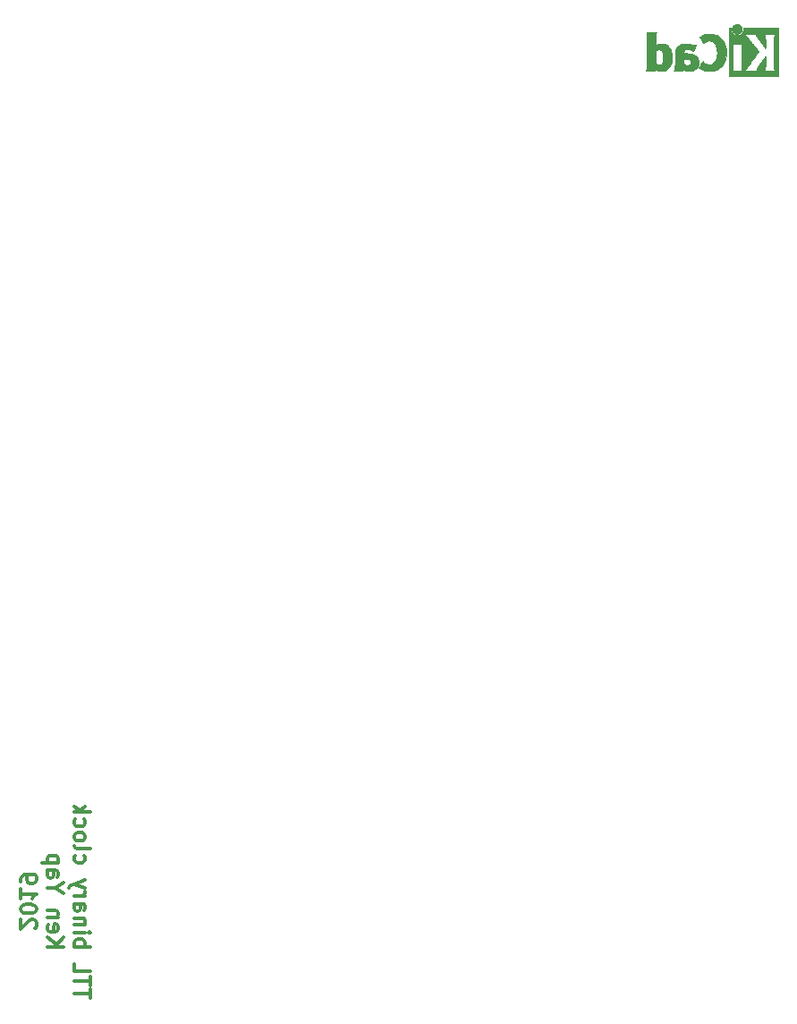
<source format=gbo>
%TF.GenerationSoftware,KiCad,Pcbnew,5.1.4-5.1.4*%
%TF.CreationDate,2019-08-18T00:14:31+10:00*%
%TF.ProjectId,ttlclock,74746c63-6c6f-4636-9b2e-6b696361645f,rev?*%
%TF.SameCoordinates,Original*%
%TF.FileFunction,Legend,Bot*%
%TF.FilePolarity,Positive*%
%FSLAX46Y46*%
G04 Gerber Fmt 4.6, Leading zero omitted, Abs format (unit mm)*
G04 Created by KiCad (PCBNEW 5.1.4-5.1.4) date 2019-08-18 00:14:31*
%MOMM*%
%LPD*%
G04 APERTURE LIST*
%ADD10C,0.300000*%
%ADD11C,0.010000*%
G04 APERTURE END LIST*
D10*
X94811428Y-138682857D02*
X94811428Y-137825714D01*
X93311428Y-138254285D02*
X94811428Y-138254285D01*
X94811428Y-137540000D02*
X94811428Y-136682857D01*
X93311428Y-137111428D02*
X94811428Y-137111428D01*
X93311428Y-135468571D02*
X93311428Y-136182857D01*
X94811428Y-136182857D01*
X93311428Y-133825714D02*
X94811428Y-133825714D01*
X94240000Y-133825714D02*
X94311428Y-133682857D01*
X94311428Y-133397142D01*
X94240000Y-133254285D01*
X94168571Y-133182857D01*
X94025714Y-133111428D01*
X93597142Y-133111428D01*
X93454285Y-133182857D01*
X93382857Y-133254285D01*
X93311428Y-133397142D01*
X93311428Y-133682857D01*
X93382857Y-133825714D01*
X93311428Y-132468571D02*
X94311428Y-132468571D01*
X94811428Y-132468571D02*
X94740000Y-132540000D01*
X94668571Y-132468571D01*
X94740000Y-132397142D01*
X94811428Y-132468571D01*
X94668571Y-132468571D01*
X94311428Y-131754285D02*
X93311428Y-131754285D01*
X94168571Y-131754285D02*
X94240000Y-131682857D01*
X94311428Y-131540000D01*
X94311428Y-131325714D01*
X94240000Y-131182857D01*
X94097142Y-131111428D01*
X93311428Y-131111428D01*
X93311428Y-129754285D02*
X94097142Y-129754285D01*
X94240000Y-129825714D01*
X94311428Y-129968571D01*
X94311428Y-130254285D01*
X94240000Y-130397142D01*
X93382857Y-129754285D02*
X93311428Y-129897142D01*
X93311428Y-130254285D01*
X93382857Y-130397142D01*
X93525714Y-130468571D01*
X93668571Y-130468571D01*
X93811428Y-130397142D01*
X93882857Y-130254285D01*
X93882857Y-129897142D01*
X93954285Y-129754285D01*
X93311428Y-129040000D02*
X94311428Y-129040000D01*
X94025714Y-129040000D02*
X94168571Y-128968571D01*
X94240000Y-128897142D01*
X94311428Y-128754285D01*
X94311428Y-128611428D01*
X94311428Y-128254285D02*
X93311428Y-127897142D01*
X94311428Y-127540000D02*
X93311428Y-127897142D01*
X92954285Y-128040000D01*
X92882857Y-128111428D01*
X92811428Y-128254285D01*
X93382857Y-125182857D02*
X93311428Y-125325714D01*
X93311428Y-125611428D01*
X93382857Y-125754285D01*
X93454285Y-125825714D01*
X93597142Y-125897142D01*
X94025714Y-125897142D01*
X94168571Y-125825714D01*
X94240000Y-125754285D01*
X94311428Y-125611428D01*
X94311428Y-125325714D01*
X94240000Y-125182857D01*
X93311428Y-124325714D02*
X93382857Y-124468571D01*
X93525714Y-124540000D01*
X94811428Y-124540000D01*
X93311428Y-123540000D02*
X93382857Y-123682857D01*
X93454285Y-123754285D01*
X93597142Y-123825714D01*
X94025714Y-123825714D01*
X94168571Y-123754285D01*
X94240000Y-123682857D01*
X94311428Y-123540000D01*
X94311428Y-123325714D01*
X94240000Y-123182857D01*
X94168571Y-123111428D01*
X94025714Y-123040000D01*
X93597142Y-123040000D01*
X93454285Y-123111428D01*
X93382857Y-123182857D01*
X93311428Y-123325714D01*
X93311428Y-123540000D01*
X93382857Y-121754285D02*
X93311428Y-121897142D01*
X93311428Y-122182857D01*
X93382857Y-122325714D01*
X93454285Y-122397142D01*
X93597142Y-122468571D01*
X94025714Y-122468571D01*
X94168571Y-122397142D01*
X94240000Y-122325714D01*
X94311428Y-122182857D01*
X94311428Y-121897142D01*
X94240000Y-121754285D01*
X93311428Y-121111428D02*
X94811428Y-121111428D01*
X93882857Y-120968571D02*
X93311428Y-120540000D01*
X94311428Y-120540000D02*
X93740000Y-121111428D01*
X90761428Y-133825714D02*
X92261428Y-133825714D01*
X90761428Y-132968571D02*
X91618571Y-133611428D01*
X92261428Y-132968571D02*
X91404285Y-133825714D01*
X90832857Y-131754285D02*
X90761428Y-131897142D01*
X90761428Y-132182857D01*
X90832857Y-132325714D01*
X90975714Y-132397142D01*
X91547142Y-132397142D01*
X91690000Y-132325714D01*
X91761428Y-132182857D01*
X91761428Y-131897142D01*
X91690000Y-131754285D01*
X91547142Y-131682857D01*
X91404285Y-131682857D01*
X91261428Y-132397142D01*
X91761428Y-131040000D02*
X90761428Y-131040000D01*
X91618571Y-131040000D02*
X91690000Y-130968571D01*
X91761428Y-130825714D01*
X91761428Y-130611428D01*
X91690000Y-130468571D01*
X91547142Y-130397142D01*
X90761428Y-130397142D01*
X91475714Y-128254285D02*
X90761428Y-128254285D01*
X92261428Y-128754285D02*
X91475714Y-128254285D01*
X92261428Y-127754285D01*
X90761428Y-126611428D02*
X91547142Y-126611428D01*
X91690000Y-126682857D01*
X91761428Y-126825714D01*
X91761428Y-127111428D01*
X91690000Y-127254285D01*
X90832857Y-126611428D02*
X90761428Y-126754285D01*
X90761428Y-127111428D01*
X90832857Y-127254285D01*
X90975714Y-127325714D01*
X91118571Y-127325714D01*
X91261428Y-127254285D01*
X91332857Y-127111428D01*
X91332857Y-126754285D01*
X91404285Y-126611428D01*
X91761428Y-125897142D02*
X90261428Y-125897142D01*
X91690000Y-125897142D02*
X91761428Y-125754285D01*
X91761428Y-125468571D01*
X91690000Y-125325714D01*
X91618571Y-125254285D01*
X91475714Y-125182857D01*
X91047142Y-125182857D01*
X90904285Y-125254285D01*
X90832857Y-125325714D01*
X90761428Y-125468571D01*
X90761428Y-125754285D01*
X90832857Y-125897142D01*
X89568571Y-132111428D02*
X89640000Y-132040000D01*
X89711428Y-131897142D01*
X89711428Y-131540000D01*
X89640000Y-131397142D01*
X89568571Y-131325714D01*
X89425714Y-131254285D01*
X89282857Y-131254285D01*
X89068571Y-131325714D01*
X88211428Y-132182857D01*
X88211428Y-131254285D01*
X89711428Y-130325714D02*
X89711428Y-130182857D01*
X89640000Y-130040000D01*
X89568571Y-129968571D01*
X89425714Y-129897142D01*
X89140000Y-129825714D01*
X88782857Y-129825714D01*
X88497142Y-129897142D01*
X88354285Y-129968571D01*
X88282857Y-130040000D01*
X88211428Y-130182857D01*
X88211428Y-130325714D01*
X88282857Y-130468571D01*
X88354285Y-130540000D01*
X88497142Y-130611428D01*
X88782857Y-130682857D01*
X89140000Y-130682857D01*
X89425714Y-130611428D01*
X89568571Y-130540000D01*
X89640000Y-130468571D01*
X89711428Y-130325714D01*
X88211428Y-128397142D02*
X88211428Y-129254285D01*
X88211428Y-128825714D02*
X89711428Y-128825714D01*
X89497142Y-128968571D01*
X89354285Y-129111428D01*
X89282857Y-129254285D01*
X88211428Y-127682857D02*
X88211428Y-127397142D01*
X88282857Y-127254285D01*
X88354285Y-127182857D01*
X88568571Y-127040000D01*
X88854285Y-126968571D01*
X89425714Y-126968571D01*
X89568571Y-127040000D01*
X89640000Y-127111428D01*
X89711428Y-127254285D01*
X89711428Y-127540000D01*
X89640000Y-127682857D01*
X89568571Y-127754285D01*
X89425714Y-127825714D01*
X89068571Y-127825714D01*
X88925714Y-127754285D01*
X88854285Y-127682857D01*
X88782857Y-127540000D01*
X88782857Y-127254285D01*
X88854285Y-127111428D01*
X88925714Y-127040000D01*
X89068571Y-126968571D01*
D11*
G36*
X155943043Y-46556571D02*
G01*
X155846768Y-46580809D01*
X155760184Y-46623641D01*
X155685373Y-46683419D01*
X155624418Y-46758494D01*
X155579399Y-46847220D01*
X155553136Y-46943530D01*
X155547286Y-47040795D01*
X155562140Y-47134654D01*
X155595840Y-47222511D01*
X155646528Y-47301770D01*
X155712345Y-47369836D01*
X155791434Y-47424112D01*
X155881934Y-47462002D01*
X155933200Y-47474426D01*
X155977698Y-47481947D01*
X156011999Y-47484919D01*
X156044960Y-47483094D01*
X156085434Y-47476225D01*
X156118531Y-47469250D01*
X156211947Y-47437741D01*
X156295619Y-47386617D01*
X156367665Y-47317429D01*
X156426200Y-47231728D01*
X156440148Y-47204489D01*
X156456586Y-47168122D01*
X156466894Y-47137582D01*
X156472460Y-47105450D01*
X156474669Y-47064307D01*
X156474948Y-47018222D01*
X156470861Y-46933865D01*
X156457446Y-46864586D01*
X156432256Y-46803961D01*
X156392846Y-46745567D01*
X156354298Y-46701302D01*
X156282406Y-46635484D01*
X156207313Y-46590053D01*
X156124562Y-46562850D01*
X156046928Y-46552576D01*
X155943043Y-46556571D01*
X155943043Y-46556571D01*
G37*
X155943043Y-46556571D02*
X155846768Y-46580809D01*
X155760184Y-46623641D01*
X155685373Y-46683419D01*
X155624418Y-46758494D01*
X155579399Y-46847220D01*
X155553136Y-46943530D01*
X155547286Y-47040795D01*
X155562140Y-47134654D01*
X155595840Y-47222511D01*
X155646528Y-47301770D01*
X155712345Y-47369836D01*
X155791434Y-47424112D01*
X155881934Y-47462002D01*
X155933200Y-47474426D01*
X155977698Y-47481947D01*
X156011999Y-47484919D01*
X156044960Y-47483094D01*
X156085434Y-47476225D01*
X156118531Y-47469250D01*
X156211947Y-47437741D01*
X156295619Y-47386617D01*
X156367665Y-47317429D01*
X156426200Y-47231728D01*
X156440148Y-47204489D01*
X156456586Y-47168122D01*
X156466894Y-47137582D01*
X156472460Y-47105450D01*
X156474669Y-47064307D01*
X156474948Y-47018222D01*
X156470861Y-46933865D01*
X156457446Y-46864586D01*
X156432256Y-46803961D01*
X156392846Y-46745567D01*
X156354298Y-46701302D01*
X156282406Y-46635484D01*
X156207313Y-46590053D01*
X156124562Y-46562850D01*
X156046928Y-46552576D01*
X155943043Y-46556571D01*
G36*
X147483493Y-49002245D02*
G01*
X147483474Y-49236662D01*
X147483448Y-49449603D01*
X147483375Y-49642168D01*
X147483218Y-49815459D01*
X147482936Y-49970576D01*
X147482491Y-50108620D01*
X147481844Y-50230692D01*
X147480955Y-50337894D01*
X147479787Y-50431326D01*
X147478299Y-50512090D01*
X147476454Y-50581286D01*
X147474211Y-50640015D01*
X147471531Y-50689379D01*
X147468377Y-50730478D01*
X147464708Y-50764413D01*
X147460487Y-50792286D01*
X147455673Y-50815198D01*
X147450227Y-50834249D01*
X147444112Y-50850540D01*
X147437288Y-50865173D01*
X147429715Y-50879249D01*
X147421355Y-50893868D01*
X147416161Y-50902974D01*
X147381896Y-50963689D01*
X148240045Y-50963689D01*
X148240045Y-50867733D01*
X148240776Y-50824370D01*
X148242728Y-50791205D01*
X148245537Y-50773424D01*
X148246779Y-50771778D01*
X148258201Y-50778662D01*
X148280916Y-50796505D01*
X148303615Y-50815879D01*
X148358200Y-50856614D01*
X148427679Y-50897617D01*
X148504730Y-50935123D01*
X148582035Y-50965364D01*
X148612887Y-50975012D01*
X148681384Y-50989578D01*
X148764236Y-50999539D01*
X148853629Y-51004583D01*
X148941752Y-51004396D01*
X149020793Y-50998666D01*
X149058489Y-50992858D01*
X149196586Y-50954797D01*
X149323887Y-50897073D01*
X149439708Y-50820211D01*
X149543363Y-50724739D01*
X149634167Y-50611179D01*
X149700969Y-50500381D01*
X149755836Y-50383625D01*
X149797837Y-50264276D01*
X149827833Y-50138283D01*
X149846689Y-50001594D01*
X149855268Y-49850158D01*
X149855994Y-49772711D01*
X149853900Y-49715934D01*
X149024783Y-49715934D01*
X149024576Y-49809002D01*
X149021663Y-49896692D01*
X149016000Y-49973772D01*
X149007545Y-50035009D01*
X149004962Y-50047350D01*
X148973160Y-50154633D01*
X148931502Y-50241658D01*
X148879637Y-50308642D01*
X148817219Y-50355805D01*
X148743900Y-50383365D01*
X148659331Y-50391541D01*
X148563165Y-50380551D01*
X148499689Y-50364829D01*
X148450546Y-50346639D01*
X148396417Y-50320791D01*
X148355756Y-50297089D01*
X148285200Y-50250721D01*
X148285200Y-49100530D01*
X148352608Y-49056962D01*
X148431133Y-49016040D01*
X148515319Y-48989389D01*
X148600443Y-48977465D01*
X148681784Y-48980722D01*
X148754620Y-48999615D01*
X148786574Y-49015184D01*
X148844499Y-49058181D01*
X148893456Y-49114953D01*
X148934610Y-49187575D01*
X148969126Y-49278121D01*
X148998167Y-49388666D01*
X148999448Y-49394533D01*
X149009619Y-49456788D01*
X149017261Y-49534594D01*
X149022330Y-49622720D01*
X149024783Y-49715934D01*
X149853900Y-49715934D01*
X149848143Y-49559895D01*
X149826198Y-49364059D01*
X149790214Y-49185332D01*
X149740241Y-49023845D01*
X149676332Y-48879726D01*
X149598538Y-48753106D01*
X149506911Y-48644115D01*
X149401503Y-48552883D01*
X149356338Y-48521932D01*
X149255389Y-48465785D01*
X149152099Y-48426174D01*
X149042011Y-48402014D01*
X148920670Y-48392219D01*
X148828164Y-48393265D01*
X148698510Y-48404231D01*
X148585916Y-48426046D01*
X148487125Y-48459714D01*
X148398879Y-48506236D01*
X148350014Y-48540448D01*
X148320647Y-48562362D01*
X148298957Y-48577333D01*
X148290747Y-48581733D01*
X148289132Y-48570904D01*
X148287841Y-48540251D01*
X148286862Y-48492526D01*
X148286183Y-48430479D01*
X148285790Y-48356862D01*
X148285670Y-48274427D01*
X148285812Y-48185925D01*
X148286203Y-48094107D01*
X148286829Y-48001724D01*
X148287680Y-47911528D01*
X148288740Y-47826271D01*
X148289999Y-47748703D01*
X148291444Y-47681576D01*
X148293062Y-47627641D01*
X148294839Y-47589650D01*
X148295331Y-47582667D01*
X148302908Y-47512251D01*
X148314469Y-47457102D01*
X148332208Y-47409981D01*
X148358318Y-47363647D01*
X148364585Y-47354067D01*
X148389017Y-47317378D01*
X147483689Y-47317378D01*
X147483493Y-49002245D01*
X147483493Y-49002245D01*
G37*
X147483493Y-49002245D02*
X147483474Y-49236662D01*
X147483448Y-49449603D01*
X147483375Y-49642168D01*
X147483218Y-49815459D01*
X147482936Y-49970576D01*
X147482491Y-50108620D01*
X147481844Y-50230692D01*
X147480955Y-50337894D01*
X147479787Y-50431326D01*
X147478299Y-50512090D01*
X147476454Y-50581286D01*
X147474211Y-50640015D01*
X147471531Y-50689379D01*
X147468377Y-50730478D01*
X147464708Y-50764413D01*
X147460487Y-50792286D01*
X147455673Y-50815198D01*
X147450227Y-50834249D01*
X147444112Y-50850540D01*
X147437288Y-50865173D01*
X147429715Y-50879249D01*
X147421355Y-50893868D01*
X147416161Y-50902974D01*
X147381896Y-50963689D01*
X148240045Y-50963689D01*
X148240045Y-50867733D01*
X148240776Y-50824370D01*
X148242728Y-50791205D01*
X148245537Y-50773424D01*
X148246779Y-50771778D01*
X148258201Y-50778662D01*
X148280916Y-50796505D01*
X148303615Y-50815879D01*
X148358200Y-50856614D01*
X148427679Y-50897617D01*
X148504730Y-50935123D01*
X148582035Y-50965364D01*
X148612887Y-50975012D01*
X148681384Y-50989578D01*
X148764236Y-50999539D01*
X148853629Y-51004583D01*
X148941752Y-51004396D01*
X149020793Y-50998666D01*
X149058489Y-50992858D01*
X149196586Y-50954797D01*
X149323887Y-50897073D01*
X149439708Y-50820211D01*
X149543363Y-50724739D01*
X149634167Y-50611179D01*
X149700969Y-50500381D01*
X149755836Y-50383625D01*
X149797837Y-50264276D01*
X149827833Y-50138283D01*
X149846689Y-50001594D01*
X149855268Y-49850158D01*
X149855994Y-49772711D01*
X149853900Y-49715934D01*
X149024783Y-49715934D01*
X149024576Y-49809002D01*
X149021663Y-49896692D01*
X149016000Y-49973772D01*
X149007545Y-50035009D01*
X149004962Y-50047350D01*
X148973160Y-50154633D01*
X148931502Y-50241658D01*
X148879637Y-50308642D01*
X148817219Y-50355805D01*
X148743900Y-50383365D01*
X148659331Y-50391541D01*
X148563165Y-50380551D01*
X148499689Y-50364829D01*
X148450546Y-50346639D01*
X148396417Y-50320791D01*
X148355756Y-50297089D01*
X148285200Y-50250721D01*
X148285200Y-49100530D01*
X148352608Y-49056962D01*
X148431133Y-49016040D01*
X148515319Y-48989389D01*
X148600443Y-48977465D01*
X148681784Y-48980722D01*
X148754620Y-48999615D01*
X148786574Y-49015184D01*
X148844499Y-49058181D01*
X148893456Y-49114953D01*
X148934610Y-49187575D01*
X148969126Y-49278121D01*
X148998167Y-49388666D01*
X148999448Y-49394533D01*
X149009619Y-49456788D01*
X149017261Y-49534594D01*
X149022330Y-49622720D01*
X149024783Y-49715934D01*
X149853900Y-49715934D01*
X149848143Y-49559895D01*
X149826198Y-49364059D01*
X149790214Y-49185332D01*
X149740241Y-49023845D01*
X149676332Y-48879726D01*
X149598538Y-48753106D01*
X149506911Y-48644115D01*
X149401503Y-48552883D01*
X149356338Y-48521932D01*
X149255389Y-48465785D01*
X149152099Y-48426174D01*
X149042011Y-48402014D01*
X148920670Y-48392219D01*
X148828164Y-48393265D01*
X148698510Y-48404231D01*
X148585916Y-48426046D01*
X148487125Y-48459714D01*
X148398879Y-48506236D01*
X148350014Y-48540448D01*
X148320647Y-48562362D01*
X148298957Y-48577333D01*
X148290747Y-48581733D01*
X148289132Y-48570904D01*
X148287841Y-48540251D01*
X148286862Y-48492526D01*
X148286183Y-48430479D01*
X148285790Y-48356862D01*
X148285670Y-48274427D01*
X148285812Y-48185925D01*
X148286203Y-48094107D01*
X148286829Y-48001724D01*
X148287680Y-47911528D01*
X148288740Y-47826271D01*
X148289999Y-47748703D01*
X148291444Y-47681576D01*
X148293062Y-47627641D01*
X148294839Y-47589650D01*
X148295331Y-47582667D01*
X148302908Y-47512251D01*
X148314469Y-47457102D01*
X148332208Y-47409981D01*
X148358318Y-47363647D01*
X148364585Y-47354067D01*
X148389017Y-47317378D01*
X147483689Y-47317378D01*
X147483493Y-49002245D01*
G36*
X150996426Y-48396552D02*
G01*
X150844508Y-48416567D01*
X150709244Y-48450202D01*
X150589761Y-48497725D01*
X150485185Y-48559405D01*
X150407576Y-48622965D01*
X150338735Y-48697099D01*
X150284994Y-48776871D01*
X150242090Y-48869091D01*
X150226616Y-48912161D01*
X150213756Y-48951142D01*
X150202554Y-48987289D01*
X150192880Y-49022434D01*
X150184604Y-49058410D01*
X150177597Y-49097050D01*
X150171728Y-49140185D01*
X150166869Y-49189649D01*
X150162890Y-49247273D01*
X150159660Y-49314891D01*
X150157051Y-49394334D01*
X150154933Y-49487436D01*
X150153176Y-49596027D01*
X150151651Y-49721942D01*
X150150228Y-49867012D01*
X150148975Y-50009778D01*
X150147649Y-50165968D01*
X150146444Y-50301239D01*
X150145234Y-50417246D01*
X150143894Y-50515645D01*
X150142300Y-50598093D01*
X150140325Y-50666246D01*
X150137844Y-50721760D01*
X150134731Y-50766292D01*
X150130862Y-50801498D01*
X150126111Y-50829034D01*
X150120352Y-50850556D01*
X150113461Y-50867722D01*
X150105311Y-50882186D01*
X150095777Y-50895606D01*
X150084734Y-50909638D01*
X150080434Y-50915071D01*
X150064614Y-50937910D01*
X150057578Y-50953463D01*
X150057556Y-50953922D01*
X150068433Y-50956121D01*
X150099418Y-50958147D01*
X150148043Y-50959942D01*
X150211837Y-50961451D01*
X150288331Y-50962616D01*
X150375056Y-50963380D01*
X150469543Y-50963686D01*
X150480450Y-50963689D01*
X150903343Y-50963689D01*
X150906605Y-50867622D01*
X150909867Y-50771556D01*
X150971956Y-50822543D01*
X151069286Y-50890057D01*
X151179187Y-50944749D01*
X151265651Y-50974978D01*
X151334722Y-50989666D01*
X151418075Y-50999659D01*
X151507841Y-51004646D01*
X151596155Y-51004313D01*
X151675149Y-50998351D01*
X151711378Y-50992638D01*
X151851397Y-50954776D01*
X151977822Y-50899932D01*
X152089740Y-50828924D01*
X152186238Y-50742568D01*
X152266400Y-50641679D01*
X152329313Y-50527076D01*
X152373688Y-50400984D01*
X152386022Y-50344401D01*
X152393632Y-50282202D01*
X152397261Y-50207363D01*
X152397755Y-50173467D01*
X152397690Y-50170282D01*
X151637752Y-50170282D01*
X151628459Y-50245333D01*
X151600272Y-50309160D01*
X151551803Y-50364798D01*
X151546746Y-50369211D01*
X151498452Y-50404037D01*
X151446743Y-50426620D01*
X151386011Y-50438540D01*
X151310648Y-50441383D01*
X151292541Y-50440978D01*
X151238722Y-50438325D01*
X151198692Y-50432909D01*
X151163676Y-50422745D01*
X151124897Y-50405850D01*
X151114255Y-50400672D01*
X151053604Y-50364844D01*
X151006785Y-50322212D01*
X150994048Y-50306973D01*
X150949378Y-50250462D01*
X150949378Y-50054586D01*
X150949914Y-49975939D01*
X150951604Y-49917988D01*
X150954572Y-49878875D01*
X150958943Y-49856741D01*
X150963028Y-49850274D01*
X150978953Y-49847111D01*
X151012736Y-49844488D01*
X151059660Y-49842655D01*
X151115007Y-49841857D01*
X151123894Y-49841842D01*
X151244670Y-49847096D01*
X151347340Y-49863263D01*
X151433894Y-49890961D01*
X151506319Y-49930808D01*
X151561249Y-49977758D01*
X151605796Y-50035645D01*
X151630520Y-50098693D01*
X151637752Y-50170282D01*
X152397690Y-50170282D01*
X152395822Y-50079712D01*
X152387478Y-50000812D01*
X152371232Y-49929590D01*
X152345595Y-49858864D01*
X152321599Y-49806493D01*
X152262980Y-49711196D01*
X152184883Y-49623170D01*
X152089685Y-49544017D01*
X151979762Y-49475340D01*
X151857490Y-49418741D01*
X151725245Y-49375821D01*
X151660578Y-49360882D01*
X151524396Y-49338777D01*
X151375951Y-49324194D01*
X151224495Y-49317813D01*
X151097936Y-49319445D01*
X150936050Y-49326224D01*
X150943470Y-49267245D01*
X150962762Y-49168092D01*
X150993896Y-49087372D01*
X151037731Y-49024466D01*
X151095129Y-48978756D01*
X151166952Y-48949622D01*
X151254059Y-48936447D01*
X151357314Y-48938611D01*
X151395289Y-48942612D01*
X151536480Y-48967780D01*
X151673293Y-49008814D01*
X151767822Y-49046815D01*
X151812982Y-49066190D01*
X151851415Y-49081760D01*
X151877766Y-49091405D01*
X151885454Y-49093452D01*
X151895198Y-49084374D01*
X151911917Y-49055405D01*
X151935768Y-49006217D01*
X151966907Y-48936484D01*
X152005493Y-48845879D01*
X152012090Y-48830089D01*
X152042147Y-48757772D01*
X152069126Y-48692425D01*
X152091864Y-48636906D01*
X152109194Y-48594072D01*
X152119952Y-48566781D01*
X152123059Y-48557942D01*
X152113060Y-48553187D01*
X152086783Y-48547910D01*
X152058511Y-48544231D01*
X152028354Y-48539474D01*
X151980567Y-48530028D01*
X151919388Y-48516820D01*
X151849054Y-48500776D01*
X151773806Y-48482820D01*
X151745245Y-48475797D01*
X151640184Y-48450209D01*
X151552520Y-48430147D01*
X151477932Y-48414969D01*
X151412097Y-48404035D01*
X151350693Y-48396704D01*
X151289398Y-48392335D01*
X151223890Y-48390287D01*
X151165872Y-48389889D01*
X150996426Y-48396552D01*
X150996426Y-48396552D01*
G37*
X150996426Y-48396552D02*
X150844508Y-48416567D01*
X150709244Y-48450202D01*
X150589761Y-48497725D01*
X150485185Y-48559405D01*
X150407576Y-48622965D01*
X150338735Y-48697099D01*
X150284994Y-48776871D01*
X150242090Y-48869091D01*
X150226616Y-48912161D01*
X150213756Y-48951142D01*
X150202554Y-48987289D01*
X150192880Y-49022434D01*
X150184604Y-49058410D01*
X150177597Y-49097050D01*
X150171728Y-49140185D01*
X150166869Y-49189649D01*
X150162890Y-49247273D01*
X150159660Y-49314891D01*
X150157051Y-49394334D01*
X150154933Y-49487436D01*
X150153176Y-49596027D01*
X150151651Y-49721942D01*
X150150228Y-49867012D01*
X150148975Y-50009778D01*
X150147649Y-50165968D01*
X150146444Y-50301239D01*
X150145234Y-50417246D01*
X150143894Y-50515645D01*
X150142300Y-50598093D01*
X150140325Y-50666246D01*
X150137844Y-50721760D01*
X150134731Y-50766292D01*
X150130862Y-50801498D01*
X150126111Y-50829034D01*
X150120352Y-50850556D01*
X150113461Y-50867722D01*
X150105311Y-50882186D01*
X150095777Y-50895606D01*
X150084734Y-50909638D01*
X150080434Y-50915071D01*
X150064614Y-50937910D01*
X150057578Y-50953463D01*
X150057556Y-50953922D01*
X150068433Y-50956121D01*
X150099418Y-50958147D01*
X150148043Y-50959942D01*
X150211837Y-50961451D01*
X150288331Y-50962616D01*
X150375056Y-50963380D01*
X150469543Y-50963686D01*
X150480450Y-50963689D01*
X150903343Y-50963689D01*
X150906605Y-50867622D01*
X150909867Y-50771556D01*
X150971956Y-50822543D01*
X151069286Y-50890057D01*
X151179187Y-50944749D01*
X151265651Y-50974978D01*
X151334722Y-50989666D01*
X151418075Y-50999659D01*
X151507841Y-51004646D01*
X151596155Y-51004313D01*
X151675149Y-50998351D01*
X151711378Y-50992638D01*
X151851397Y-50954776D01*
X151977822Y-50899932D01*
X152089740Y-50828924D01*
X152186238Y-50742568D01*
X152266400Y-50641679D01*
X152329313Y-50527076D01*
X152373688Y-50400984D01*
X152386022Y-50344401D01*
X152393632Y-50282202D01*
X152397261Y-50207363D01*
X152397755Y-50173467D01*
X152397690Y-50170282D01*
X151637752Y-50170282D01*
X151628459Y-50245333D01*
X151600272Y-50309160D01*
X151551803Y-50364798D01*
X151546746Y-50369211D01*
X151498452Y-50404037D01*
X151446743Y-50426620D01*
X151386011Y-50438540D01*
X151310648Y-50441383D01*
X151292541Y-50440978D01*
X151238722Y-50438325D01*
X151198692Y-50432909D01*
X151163676Y-50422745D01*
X151124897Y-50405850D01*
X151114255Y-50400672D01*
X151053604Y-50364844D01*
X151006785Y-50322212D01*
X150994048Y-50306973D01*
X150949378Y-50250462D01*
X150949378Y-50054586D01*
X150949914Y-49975939D01*
X150951604Y-49917988D01*
X150954572Y-49878875D01*
X150958943Y-49856741D01*
X150963028Y-49850274D01*
X150978953Y-49847111D01*
X151012736Y-49844488D01*
X151059660Y-49842655D01*
X151115007Y-49841857D01*
X151123894Y-49841842D01*
X151244670Y-49847096D01*
X151347340Y-49863263D01*
X151433894Y-49890961D01*
X151506319Y-49930808D01*
X151561249Y-49977758D01*
X151605796Y-50035645D01*
X151630520Y-50098693D01*
X151637752Y-50170282D01*
X152397690Y-50170282D01*
X152395822Y-50079712D01*
X152387478Y-50000812D01*
X152371232Y-49929590D01*
X152345595Y-49858864D01*
X152321599Y-49806493D01*
X152262980Y-49711196D01*
X152184883Y-49623170D01*
X152089685Y-49544017D01*
X151979762Y-49475340D01*
X151857490Y-49418741D01*
X151725245Y-49375821D01*
X151660578Y-49360882D01*
X151524396Y-49338777D01*
X151375951Y-49324194D01*
X151224495Y-49317813D01*
X151097936Y-49319445D01*
X150936050Y-49326224D01*
X150943470Y-49267245D01*
X150962762Y-49168092D01*
X150993896Y-49087372D01*
X151037731Y-49024466D01*
X151095129Y-48978756D01*
X151166952Y-48949622D01*
X151254059Y-48936447D01*
X151357314Y-48938611D01*
X151395289Y-48942612D01*
X151536480Y-48967780D01*
X151673293Y-49008814D01*
X151767822Y-49046815D01*
X151812982Y-49066190D01*
X151851415Y-49081760D01*
X151877766Y-49091405D01*
X151885454Y-49093452D01*
X151895198Y-49084374D01*
X151911917Y-49055405D01*
X151935768Y-49006217D01*
X151966907Y-48936484D01*
X152005493Y-48845879D01*
X152012090Y-48830089D01*
X152042147Y-48757772D01*
X152069126Y-48692425D01*
X152091864Y-48636906D01*
X152109194Y-48594072D01*
X152119952Y-48566781D01*
X152123059Y-48557942D01*
X152113060Y-48553187D01*
X152086783Y-48547910D01*
X152058511Y-48544231D01*
X152028354Y-48539474D01*
X151980567Y-48530028D01*
X151919388Y-48516820D01*
X151849054Y-48500776D01*
X151773806Y-48482820D01*
X151745245Y-48475797D01*
X151640184Y-48450209D01*
X151552520Y-48430147D01*
X151477932Y-48414969D01*
X151412097Y-48404035D01*
X151350693Y-48396704D01*
X151289398Y-48392335D01*
X151223890Y-48390287D01*
X151165872Y-48389889D01*
X150996426Y-48396552D01*
G36*
X153341571Y-47479071D02*
G01*
X153181430Y-47500245D01*
X153017490Y-47540385D01*
X152847687Y-47599889D01*
X152669957Y-47679154D01*
X152658690Y-47684699D01*
X152600995Y-47712725D01*
X152549448Y-47736802D01*
X152507809Y-47755249D01*
X152479838Y-47766386D01*
X152470267Y-47768933D01*
X152451050Y-47773941D01*
X152446439Y-47778147D01*
X152451542Y-47788580D01*
X152467582Y-47814868D01*
X152492712Y-47854257D01*
X152525086Y-47903991D01*
X152562857Y-47961315D01*
X152604178Y-48023476D01*
X152647202Y-48087718D01*
X152690083Y-48151285D01*
X152730974Y-48211425D01*
X152768029Y-48265380D01*
X152799400Y-48310397D01*
X152823241Y-48343721D01*
X152837706Y-48362597D01*
X152839691Y-48364787D01*
X152849809Y-48360138D01*
X152872150Y-48342962D01*
X152902720Y-48316440D01*
X152918464Y-48301964D01*
X153014953Y-48226682D01*
X153121664Y-48171241D01*
X153237168Y-48136141D01*
X153360038Y-48121880D01*
X153429439Y-48123051D01*
X153550577Y-48140212D01*
X153659795Y-48176094D01*
X153757418Y-48230959D01*
X153843772Y-48305070D01*
X153919185Y-48398688D01*
X153983982Y-48512076D01*
X154021399Y-48598667D01*
X154065252Y-48734366D01*
X154097572Y-48881850D01*
X154118443Y-49037314D01*
X154127949Y-49196956D01*
X154126173Y-49356973D01*
X154113197Y-49513561D01*
X154089106Y-49662918D01*
X154053982Y-49801240D01*
X154007908Y-49924724D01*
X153991627Y-49958978D01*
X153923380Y-50073064D01*
X153842921Y-50169557D01*
X153751430Y-50247670D01*
X153650089Y-50306617D01*
X153540080Y-50345612D01*
X153422585Y-50363868D01*
X153381117Y-50365211D01*
X153259559Y-50354290D01*
X153139122Y-50321474D01*
X153021334Y-50267439D01*
X152907723Y-50192865D01*
X152816315Y-50114539D01*
X152769785Y-50070008D01*
X152588517Y-50367271D01*
X152543420Y-50441433D01*
X152502181Y-50509646D01*
X152466265Y-50569459D01*
X152437134Y-50618420D01*
X152416250Y-50654079D01*
X152405076Y-50673984D01*
X152403625Y-50677079D01*
X152411854Y-50686718D01*
X152437433Y-50703999D01*
X152477127Y-50727283D01*
X152527703Y-50754934D01*
X152585926Y-50785315D01*
X152648563Y-50816790D01*
X152712379Y-50847722D01*
X152774140Y-50876473D01*
X152830612Y-50901408D01*
X152878562Y-50920889D01*
X152902014Y-50929318D01*
X153035779Y-50967133D01*
X153173673Y-50992136D01*
X153321378Y-51005140D01*
X153448167Y-51007468D01*
X153516122Y-51006373D01*
X153581723Y-51004275D01*
X153639153Y-51001434D01*
X153682597Y-50998106D01*
X153696702Y-50996422D01*
X153835716Y-50967587D01*
X153977243Y-50922468D01*
X154114725Y-50863750D01*
X154241606Y-50794120D01*
X154319111Y-50741441D01*
X154446519Y-50633239D01*
X154564822Y-50506671D01*
X154671828Y-50364866D01*
X154765348Y-50210951D01*
X154843190Y-50048053D01*
X154887044Y-49930756D01*
X154937292Y-49747128D01*
X154970791Y-49552581D01*
X154987551Y-49351325D01*
X154987584Y-49147568D01*
X154970899Y-48945521D01*
X154937507Y-48749392D01*
X154887420Y-48563391D01*
X154883603Y-48551803D01*
X154820719Y-48389750D01*
X154743972Y-48241832D01*
X154650758Y-48103865D01*
X154538473Y-47971661D01*
X154494608Y-47926399D01*
X154358466Y-47802457D01*
X154218509Y-47699915D01*
X154072589Y-47617656D01*
X153918558Y-47554564D01*
X153754268Y-47509523D01*
X153658711Y-47492033D01*
X153499977Y-47476466D01*
X153341571Y-47479071D01*
X153341571Y-47479071D01*
G37*
X153341571Y-47479071D02*
X153181430Y-47500245D01*
X153017490Y-47540385D01*
X152847687Y-47599889D01*
X152669957Y-47679154D01*
X152658690Y-47684699D01*
X152600995Y-47712725D01*
X152549448Y-47736802D01*
X152507809Y-47755249D01*
X152479838Y-47766386D01*
X152470267Y-47768933D01*
X152451050Y-47773941D01*
X152446439Y-47778147D01*
X152451542Y-47788580D01*
X152467582Y-47814868D01*
X152492712Y-47854257D01*
X152525086Y-47903991D01*
X152562857Y-47961315D01*
X152604178Y-48023476D01*
X152647202Y-48087718D01*
X152690083Y-48151285D01*
X152730974Y-48211425D01*
X152768029Y-48265380D01*
X152799400Y-48310397D01*
X152823241Y-48343721D01*
X152837706Y-48362597D01*
X152839691Y-48364787D01*
X152849809Y-48360138D01*
X152872150Y-48342962D01*
X152902720Y-48316440D01*
X152918464Y-48301964D01*
X153014953Y-48226682D01*
X153121664Y-48171241D01*
X153237168Y-48136141D01*
X153360038Y-48121880D01*
X153429439Y-48123051D01*
X153550577Y-48140212D01*
X153659795Y-48176094D01*
X153757418Y-48230959D01*
X153843772Y-48305070D01*
X153919185Y-48398688D01*
X153983982Y-48512076D01*
X154021399Y-48598667D01*
X154065252Y-48734366D01*
X154097572Y-48881850D01*
X154118443Y-49037314D01*
X154127949Y-49196956D01*
X154126173Y-49356973D01*
X154113197Y-49513561D01*
X154089106Y-49662918D01*
X154053982Y-49801240D01*
X154007908Y-49924724D01*
X153991627Y-49958978D01*
X153923380Y-50073064D01*
X153842921Y-50169557D01*
X153751430Y-50247670D01*
X153650089Y-50306617D01*
X153540080Y-50345612D01*
X153422585Y-50363868D01*
X153381117Y-50365211D01*
X153259559Y-50354290D01*
X153139122Y-50321474D01*
X153021334Y-50267439D01*
X152907723Y-50192865D01*
X152816315Y-50114539D01*
X152769785Y-50070008D01*
X152588517Y-50367271D01*
X152543420Y-50441433D01*
X152502181Y-50509646D01*
X152466265Y-50569459D01*
X152437134Y-50618420D01*
X152416250Y-50654079D01*
X152405076Y-50673984D01*
X152403625Y-50677079D01*
X152411854Y-50686718D01*
X152437433Y-50703999D01*
X152477127Y-50727283D01*
X152527703Y-50754934D01*
X152585926Y-50785315D01*
X152648563Y-50816790D01*
X152712379Y-50847722D01*
X152774140Y-50876473D01*
X152830612Y-50901408D01*
X152878562Y-50920889D01*
X152902014Y-50929318D01*
X153035779Y-50967133D01*
X153173673Y-50992136D01*
X153321378Y-51005140D01*
X153448167Y-51007468D01*
X153516122Y-51006373D01*
X153581723Y-51004275D01*
X153639153Y-51001434D01*
X153682597Y-50998106D01*
X153696702Y-50996422D01*
X153835716Y-50967587D01*
X153977243Y-50922468D01*
X154114725Y-50863750D01*
X154241606Y-50794120D01*
X154319111Y-50741441D01*
X154446519Y-50633239D01*
X154564822Y-50506671D01*
X154671828Y-50364866D01*
X154765348Y-50210951D01*
X154843190Y-50048053D01*
X154887044Y-49930756D01*
X154937292Y-49747128D01*
X154970791Y-49552581D01*
X154987551Y-49351325D01*
X154987584Y-49147568D01*
X154970899Y-48945521D01*
X154937507Y-48749392D01*
X154887420Y-48563391D01*
X154883603Y-48551803D01*
X154820719Y-48389750D01*
X154743972Y-48241832D01*
X154650758Y-48103865D01*
X154538473Y-47971661D01*
X154494608Y-47926399D01*
X154358466Y-47802457D01*
X154218509Y-47699915D01*
X154072589Y-47617656D01*
X153918558Y-47554564D01*
X153754268Y-47509523D01*
X153658711Y-47492033D01*
X153499977Y-47476466D01*
X153341571Y-47479071D01*
G36*
X156616400Y-47019054D02*
G01*
X156605535Y-47132993D01*
X156573918Y-47240616D01*
X156523015Y-47339615D01*
X156454293Y-47427684D01*
X156369219Y-47502516D01*
X156272232Y-47560384D01*
X156165964Y-47600005D01*
X156058950Y-47618573D01*
X155953300Y-47617434D01*
X155851125Y-47597930D01*
X155754534Y-47561406D01*
X155665638Y-47509205D01*
X155586546Y-47442673D01*
X155519369Y-47363152D01*
X155466217Y-47271987D01*
X155429199Y-47170523D01*
X155410427Y-47060102D01*
X155408489Y-47010206D01*
X155408489Y-46922267D01*
X155356560Y-46922267D01*
X155320253Y-46925111D01*
X155293355Y-46936911D01*
X155266249Y-46960649D01*
X155227867Y-46999031D01*
X155227867Y-49190602D01*
X155227876Y-49452739D01*
X155227908Y-49693241D01*
X155227972Y-49913048D01*
X155228076Y-50113101D01*
X155228227Y-50294344D01*
X155228434Y-50457716D01*
X155228706Y-50604160D01*
X155229050Y-50734617D01*
X155229474Y-50850029D01*
X155229987Y-50951338D01*
X155230597Y-51039484D01*
X155231312Y-51115410D01*
X155232140Y-51180057D01*
X155233089Y-51234367D01*
X155234167Y-51279280D01*
X155235383Y-51315740D01*
X155236745Y-51344687D01*
X155238261Y-51367063D01*
X155239938Y-51383809D01*
X155241786Y-51395868D01*
X155243813Y-51404180D01*
X155246025Y-51409687D01*
X155247108Y-51411537D01*
X155251271Y-51418549D01*
X155254805Y-51424996D01*
X155258635Y-51430900D01*
X155263682Y-51436286D01*
X155270871Y-51441178D01*
X155281123Y-51445598D01*
X155295364Y-51449572D01*
X155314514Y-51453121D01*
X155339499Y-51456270D01*
X155371240Y-51459042D01*
X155410662Y-51461461D01*
X155458686Y-51463551D01*
X155516237Y-51465335D01*
X155584237Y-51466837D01*
X155663610Y-51468080D01*
X155755279Y-51469089D01*
X155860166Y-51469885D01*
X155979196Y-51470494D01*
X156113290Y-51470939D01*
X156263373Y-51471243D01*
X156430367Y-51471430D01*
X156615196Y-51471524D01*
X156818783Y-51471548D01*
X157042050Y-51471525D01*
X157285922Y-51471480D01*
X157551321Y-51471437D01*
X157589704Y-51471432D01*
X157856682Y-51471389D01*
X158102002Y-51471318D01*
X158326583Y-51471213D01*
X158531345Y-51471066D01*
X158717206Y-51470869D01*
X158885088Y-51470616D01*
X159035908Y-51470300D01*
X159170587Y-51469913D01*
X159290044Y-51469447D01*
X159395199Y-51468897D01*
X159486971Y-51468253D01*
X159566279Y-51467511D01*
X159634043Y-51466661D01*
X159691182Y-51465697D01*
X159738617Y-51464611D01*
X159777266Y-51463397D01*
X159808049Y-51462047D01*
X159831885Y-51460555D01*
X159849694Y-51458911D01*
X159862395Y-51457111D01*
X159870908Y-51455145D01*
X159875266Y-51453477D01*
X159883728Y-51449906D01*
X159891497Y-51447270D01*
X159898602Y-51444634D01*
X159905073Y-51441062D01*
X159910939Y-51435621D01*
X159916229Y-51427375D01*
X159920974Y-51415390D01*
X159925202Y-51398731D01*
X159928943Y-51376463D01*
X159932227Y-51347652D01*
X159935083Y-51311363D01*
X159937540Y-51266661D01*
X159939629Y-51212611D01*
X159941378Y-51148279D01*
X159942817Y-51072730D01*
X159943976Y-50985030D01*
X159944883Y-50884243D01*
X159945569Y-50769434D01*
X159946063Y-50639670D01*
X159946395Y-50494015D01*
X159946593Y-50331535D01*
X159946687Y-50151295D01*
X159946708Y-49952360D01*
X159946685Y-49733796D01*
X159946646Y-49494668D01*
X159946622Y-49234040D01*
X159946622Y-49191889D01*
X159946636Y-48928992D01*
X159946661Y-48687732D01*
X159946671Y-48467165D01*
X159946642Y-48266352D01*
X159946548Y-48084349D01*
X159946362Y-47920216D01*
X159946059Y-47773011D01*
X159945614Y-47641792D01*
X159945034Y-47531867D01*
X159642197Y-47531867D01*
X159602407Y-47589711D01*
X159591236Y-47605479D01*
X159581166Y-47619441D01*
X159572138Y-47632784D01*
X159564097Y-47646693D01*
X159556986Y-47662356D01*
X159550747Y-47680958D01*
X159545325Y-47703686D01*
X159540662Y-47731727D01*
X159536701Y-47766267D01*
X159533385Y-47808492D01*
X159530659Y-47859589D01*
X159528464Y-47920744D01*
X159526745Y-47993144D01*
X159525444Y-48077975D01*
X159524505Y-48176422D01*
X159523870Y-48289674D01*
X159523484Y-48418916D01*
X159523288Y-48565334D01*
X159523227Y-48730116D01*
X159523243Y-48914447D01*
X159523280Y-49119513D01*
X159523289Y-49242133D01*
X159523265Y-49459082D01*
X159523231Y-49654642D01*
X159523243Y-49829999D01*
X159523358Y-49986341D01*
X159523630Y-50124857D01*
X159524118Y-50246734D01*
X159524876Y-50353160D01*
X159525962Y-50445322D01*
X159527431Y-50524409D01*
X159529340Y-50591608D01*
X159531744Y-50648107D01*
X159534701Y-50695093D01*
X159538266Y-50733755D01*
X159542495Y-50765280D01*
X159547446Y-50790855D01*
X159553173Y-50811670D01*
X159559733Y-50828911D01*
X159567183Y-50843765D01*
X159575579Y-50857422D01*
X159584976Y-50871069D01*
X159595432Y-50885893D01*
X159601523Y-50894783D01*
X159640296Y-50952400D01*
X159108732Y-50952400D01*
X158985483Y-50952365D01*
X158882987Y-50952215D01*
X158799420Y-50951878D01*
X158732956Y-50951286D01*
X158681771Y-50950367D01*
X158644041Y-50949051D01*
X158617940Y-50947269D01*
X158601644Y-50944951D01*
X158593328Y-50942026D01*
X158591168Y-50938424D01*
X158593339Y-50934075D01*
X158594535Y-50932645D01*
X158619685Y-50895573D01*
X158645583Y-50842772D01*
X158669192Y-50780770D01*
X158677461Y-50754357D01*
X158682078Y-50736416D01*
X158685979Y-50715355D01*
X158689248Y-50689089D01*
X158691966Y-50655532D01*
X158694215Y-50612599D01*
X158696077Y-50558204D01*
X158697636Y-50490262D01*
X158698972Y-50406688D01*
X158700169Y-50305395D01*
X158701308Y-50184300D01*
X158701685Y-50139600D01*
X158702702Y-50014449D01*
X158703460Y-49910082D01*
X158703903Y-49824707D01*
X158703970Y-49756533D01*
X158703605Y-49703765D01*
X158702748Y-49664614D01*
X158701341Y-49637285D01*
X158699325Y-49619986D01*
X158696643Y-49610926D01*
X158693236Y-49608312D01*
X158689044Y-49610351D01*
X158684571Y-49614667D01*
X158674216Y-49627602D01*
X158652158Y-49656676D01*
X158619957Y-49699759D01*
X158579174Y-49754718D01*
X158531370Y-49819423D01*
X158478105Y-49891742D01*
X158420940Y-49969544D01*
X158361437Y-50050698D01*
X158301155Y-50133072D01*
X158241655Y-50214536D01*
X158184498Y-50292957D01*
X158131245Y-50366204D01*
X158083457Y-50432147D01*
X158042693Y-50488654D01*
X158010516Y-50533593D01*
X157988485Y-50564834D01*
X157983917Y-50571466D01*
X157960996Y-50608369D01*
X157934188Y-50656359D01*
X157908789Y-50705897D01*
X157905568Y-50712577D01*
X157883890Y-50760772D01*
X157871304Y-50798334D01*
X157865574Y-50834160D01*
X157864456Y-50876200D01*
X157865090Y-50952400D01*
X156710651Y-50952400D01*
X156801815Y-50858669D01*
X156848612Y-50808775D01*
X156898899Y-50752295D01*
X156944944Y-50698026D01*
X156965369Y-50672673D01*
X156995807Y-50633128D01*
X157035862Y-50579916D01*
X157084361Y-50514667D01*
X157140135Y-50439011D01*
X157202011Y-50354577D01*
X157268819Y-50262994D01*
X157339387Y-50165892D01*
X157412545Y-50064901D01*
X157487121Y-49961650D01*
X157561944Y-49857768D01*
X157635843Y-49754885D01*
X157707646Y-49654631D01*
X157776184Y-49558636D01*
X157840284Y-49468527D01*
X157898775Y-49385936D01*
X157950486Y-49312492D01*
X157994247Y-49249824D01*
X158028885Y-49199561D01*
X158053230Y-49163334D01*
X158066111Y-49142771D01*
X158067869Y-49138668D01*
X158059910Y-49127342D01*
X158039115Y-49100162D01*
X158006847Y-49058829D01*
X157964470Y-49005044D01*
X157913347Y-48940506D01*
X157854841Y-48866918D01*
X157790314Y-48785978D01*
X157721131Y-48699388D01*
X157648653Y-48608848D01*
X157574246Y-48516060D01*
X157514517Y-48441702D01*
X156503511Y-48441702D01*
X156497602Y-48454659D01*
X156483272Y-48476908D01*
X156482225Y-48478391D01*
X156463438Y-48508544D01*
X156443791Y-48545375D01*
X156439892Y-48553511D01*
X156436356Y-48561940D01*
X156433230Y-48572059D01*
X156430486Y-48585260D01*
X156428092Y-48602938D01*
X156426019Y-48626484D01*
X156424235Y-48657293D01*
X156422712Y-48696757D01*
X156421419Y-48746269D01*
X156420326Y-48807223D01*
X156419403Y-48881011D01*
X156418619Y-48969028D01*
X156417945Y-49072665D01*
X156417350Y-49193316D01*
X156416805Y-49332374D01*
X156416279Y-49491232D01*
X156415745Y-49670089D01*
X156415206Y-49855207D01*
X156414772Y-50019145D01*
X156414509Y-50163303D01*
X156414484Y-50289079D01*
X156414765Y-50397871D01*
X156415419Y-50491077D01*
X156416514Y-50570097D01*
X156418118Y-50636328D01*
X156420297Y-50691170D01*
X156423119Y-50736021D01*
X156426651Y-50772278D01*
X156430961Y-50801341D01*
X156436117Y-50824609D01*
X156442185Y-50843479D01*
X156449233Y-50859351D01*
X156457329Y-50873622D01*
X156466540Y-50887691D01*
X156475040Y-50900158D01*
X156492176Y-50926452D01*
X156502322Y-50944037D01*
X156503511Y-50947257D01*
X156492604Y-50948334D01*
X156461411Y-50949335D01*
X156412223Y-50950235D01*
X156347333Y-50951010D01*
X156269030Y-50951637D01*
X156179607Y-50952091D01*
X156081356Y-50952349D01*
X156012445Y-50952400D01*
X155907452Y-50952180D01*
X155810610Y-50951548D01*
X155724107Y-50950549D01*
X155650132Y-50949227D01*
X155590874Y-50947626D01*
X155548520Y-50945791D01*
X155525260Y-50943765D01*
X155521378Y-50942493D01*
X155529076Y-50927591D01*
X155537074Y-50919560D01*
X155550246Y-50902434D01*
X155567485Y-50872183D01*
X155579407Y-50847622D01*
X155606045Y-50788711D01*
X155609120Y-49611845D01*
X155612195Y-48434978D01*
X156057853Y-48434978D01*
X156155670Y-48435142D01*
X156246064Y-48435611D01*
X156326630Y-48436347D01*
X156394962Y-48437316D01*
X156448656Y-48438480D01*
X156485305Y-48439803D01*
X156502504Y-48441249D01*
X156503511Y-48441702D01*
X157514517Y-48441702D01*
X157499270Y-48422722D01*
X157425090Y-48330537D01*
X157353069Y-48241204D01*
X157284569Y-48156424D01*
X157220955Y-48077898D01*
X157163588Y-48007326D01*
X157113833Y-47946409D01*
X157073052Y-47896847D01*
X157055888Y-47876178D01*
X156969596Y-47775516D01*
X156892997Y-47692259D01*
X156824183Y-47624438D01*
X156761248Y-47570089D01*
X156751867Y-47562722D01*
X156712356Y-47532117D01*
X157844116Y-47531867D01*
X157838827Y-47579844D01*
X157842130Y-47637188D01*
X157863661Y-47705463D01*
X157903635Y-47785212D01*
X157948943Y-47857495D01*
X157965161Y-47880140D01*
X157993214Y-47917696D01*
X158031430Y-47968021D01*
X158078137Y-48028973D01*
X158131661Y-48098411D01*
X158190331Y-48174194D01*
X158252475Y-48254180D01*
X158316421Y-48336228D01*
X158380495Y-48418196D01*
X158443027Y-48497943D01*
X158502343Y-48573327D01*
X158556771Y-48642207D01*
X158604639Y-48702442D01*
X158644275Y-48751889D01*
X158674006Y-48788408D01*
X158692161Y-48809858D01*
X158695220Y-48813156D01*
X158698079Y-48805149D01*
X158700293Y-48774855D01*
X158701857Y-48722556D01*
X158702767Y-48648531D01*
X158703020Y-48553063D01*
X158702613Y-48436434D01*
X158701704Y-48316445D01*
X158700382Y-48184333D01*
X158698857Y-48072594D01*
X158696881Y-47979025D01*
X158694206Y-47901419D01*
X158690582Y-47837574D01*
X158685761Y-47785283D01*
X158679494Y-47742344D01*
X158671532Y-47706551D01*
X158661627Y-47675700D01*
X158649531Y-47647586D01*
X158634993Y-47620005D01*
X158620311Y-47594966D01*
X158582314Y-47531867D01*
X159642197Y-47531867D01*
X159945034Y-47531867D01*
X159945001Y-47525617D01*
X159944195Y-47423544D01*
X159943170Y-47334633D01*
X159941900Y-47257941D01*
X159940360Y-47192527D01*
X159938524Y-47137449D01*
X159936367Y-47091765D01*
X159933863Y-47054534D01*
X159930987Y-47024813D01*
X159927713Y-47001662D01*
X159924015Y-46984139D01*
X159919869Y-46971301D01*
X159915247Y-46962208D01*
X159910126Y-46955918D01*
X159904478Y-46951488D01*
X159898279Y-46947978D01*
X159891504Y-46944445D01*
X159885508Y-46940876D01*
X159880275Y-46938300D01*
X159872099Y-46935972D01*
X159859886Y-46933878D01*
X159842541Y-46932007D01*
X159818969Y-46930347D01*
X159788077Y-46928884D01*
X159748768Y-46927608D01*
X159699950Y-46926504D01*
X159640527Y-46925561D01*
X159569404Y-46924767D01*
X159485488Y-46924109D01*
X159387683Y-46923575D01*
X159274894Y-46923153D01*
X159146029Y-46922829D01*
X158999991Y-46922592D01*
X158835686Y-46922430D01*
X158652020Y-46922330D01*
X158447897Y-46922280D01*
X158236753Y-46922267D01*
X156616400Y-46922267D01*
X156616400Y-47019054D01*
X156616400Y-47019054D01*
G37*
X156616400Y-47019054D02*
X156605535Y-47132993D01*
X156573918Y-47240616D01*
X156523015Y-47339615D01*
X156454293Y-47427684D01*
X156369219Y-47502516D01*
X156272232Y-47560384D01*
X156165964Y-47600005D01*
X156058950Y-47618573D01*
X155953300Y-47617434D01*
X155851125Y-47597930D01*
X155754534Y-47561406D01*
X155665638Y-47509205D01*
X155586546Y-47442673D01*
X155519369Y-47363152D01*
X155466217Y-47271987D01*
X155429199Y-47170523D01*
X155410427Y-47060102D01*
X155408489Y-47010206D01*
X155408489Y-46922267D01*
X155356560Y-46922267D01*
X155320253Y-46925111D01*
X155293355Y-46936911D01*
X155266249Y-46960649D01*
X155227867Y-46999031D01*
X155227867Y-49190602D01*
X155227876Y-49452739D01*
X155227908Y-49693241D01*
X155227972Y-49913048D01*
X155228076Y-50113101D01*
X155228227Y-50294344D01*
X155228434Y-50457716D01*
X155228706Y-50604160D01*
X155229050Y-50734617D01*
X155229474Y-50850029D01*
X155229987Y-50951338D01*
X155230597Y-51039484D01*
X155231312Y-51115410D01*
X155232140Y-51180057D01*
X155233089Y-51234367D01*
X155234167Y-51279280D01*
X155235383Y-51315740D01*
X155236745Y-51344687D01*
X155238261Y-51367063D01*
X155239938Y-51383809D01*
X155241786Y-51395868D01*
X155243813Y-51404180D01*
X155246025Y-51409687D01*
X155247108Y-51411537D01*
X155251271Y-51418549D01*
X155254805Y-51424996D01*
X155258635Y-51430900D01*
X155263682Y-51436286D01*
X155270871Y-51441178D01*
X155281123Y-51445598D01*
X155295364Y-51449572D01*
X155314514Y-51453121D01*
X155339499Y-51456270D01*
X155371240Y-51459042D01*
X155410662Y-51461461D01*
X155458686Y-51463551D01*
X155516237Y-51465335D01*
X155584237Y-51466837D01*
X155663610Y-51468080D01*
X155755279Y-51469089D01*
X155860166Y-51469885D01*
X155979196Y-51470494D01*
X156113290Y-51470939D01*
X156263373Y-51471243D01*
X156430367Y-51471430D01*
X156615196Y-51471524D01*
X156818783Y-51471548D01*
X157042050Y-51471525D01*
X157285922Y-51471480D01*
X157551321Y-51471437D01*
X157589704Y-51471432D01*
X157856682Y-51471389D01*
X158102002Y-51471318D01*
X158326583Y-51471213D01*
X158531345Y-51471066D01*
X158717206Y-51470869D01*
X158885088Y-51470616D01*
X159035908Y-51470300D01*
X159170587Y-51469913D01*
X159290044Y-51469447D01*
X159395199Y-51468897D01*
X159486971Y-51468253D01*
X159566279Y-51467511D01*
X159634043Y-51466661D01*
X159691182Y-51465697D01*
X159738617Y-51464611D01*
X159777266Y-51463397D01*
X159808049Y-51462047D01*
X159831885Y-51460555D01*
X159849694Y-51458911D01*
X159862395Y-51457111D01*
X159870908Y-51455145D01*
X159875266Y-51453477D01*
X159883728Y-51449906D01*
X159891497Y-51447270D01*
X159898602Y-51444634D01*
X159905073Y-51441062D01*
X159910939Y-51435621D01*
X159916229Y-51427375D01*
X159920974Y-51415390D01*
X159925202Y-51398731D01*
X159928943Y-51376463D01*
X159932227Y-51347652D01*
X159935083Y-51311363D01*
X159937540Y-51266661D01*
X159939629Y-51212611D01*
X159941378Y-51148279D01*
X159942817Y-51072730D01*
X159943976Y-50985030D01*
X159944883Y-50884243D01*
X159945569Y-50769434D01*
X159946063Y-50639670D01*
X159946395Y-50494015D01*
X159946593Y-50331535D01*
X159946687Y-50151295D01*
X159946708Y-49952360D01*
X159946685Y-49733796D01*
X159946646Y-49494668D01*
X159946622Y-49234040D01*
X159946622Y-49191889D01*
X159946636Y-48928992D01*
X159946661Y-48687732D01*
X159946671Y-48467165D01*
X159946642Y-48266352D01*
X159946548Y-48084349D01*
X159946362Y-47920216D01*
X159946059Y-47773011D01*
X159945614Y-47641792D01*
X159945034Y-47531867D01*
X159642197Y-47531867D01*
X159602407Y-47589711D01*
X159591236Y-47605479D01*
X159581166Y-47619441D01*
X159572138Y-47632784D01*
X159564097Y-47646693D01*
X159556986Y-47662356D01*
X159550747Y-47680958D01*
X159545325Y-47703686D01*
X159540662Y-47731727D01*
X159536701Y-47766267D01*
X159533385Y-47808492D01*
X159530659Y-47859589D01*
X159528464Y-47920744D01*
X159526745Y-47993144D01*
X159525444Y-48077975D01*
X159524505Y-48176422D01*
X159523870Y-48289674D01*
X159523484Y-48418916D01*
X159523288Y-48565334D01*
X159523227Y-48730116D01*
X159523243Y-48914447D01*
X159523280Y-49119513D01*
X159523289Y-49242133D01*
X159523265Y-49459082D01*
X159523231Y-49654642D01*
X159523243Y-49829999D01*
X159523358Y-49986341D01*
X159523630Y-50124857D01*
X159524118Y-50246734D01*
X159524876Y-50353160D01*
X159525962Y-50445322D01*
X159527431Y-50524409D01*
X159529340Y-50591608D01*
X159531744Y-50648107D01*
X159534701Y-50695093D01*
X159538266Y-50733755D01*
X159542495Y-50765280D01*
X159547446Y-50790855D01*
X159553173Y-50811670D01*
X159559733Y-50828911D01*
X159567183Y-50843765D01*
X159575579Y-50857422D01*
X159584976Y-50871069D01*
X159595432Y-50885893D01*
X159601523Y-50894783D01*
X159640296Y-50952400D01*
X159108732Y-50952400D01*
X158985483Y-50952365D01*
X158882987Y-50952215D01*
X158799420Y-50951878D01*
X158732956Y-50951286D01*
X158681771Y-50950367D01*
X158644041Y-50949051D01*
X158617940Y-50947269D01*
X158601644Y-50944951D01*
X158593328Y-50942026D01*
X158591168Y-50938424D01*
X158593339Y-50934075D01*
X158594535Y-50932645D01*
X158619685Y-50895573D01*
X158645583Y-50842772D01*
X158669192Y-50780770D01*
X158677461Y-50754357D01*
X158682078Y-50736416D01*
X158685979Y-50715355D01*
X158689248Y-50689089D01*
X158691966Y-50655532D01*
X158694215Y-50612599D01*
X158696077Y-50558204D01*
X158697636Y-50490262D01*
X158698972Y-50406688D01*
X158700169Y-50305395D01*
X158701308Y-50184300D01*
X158701685Y-50139600D01*
X158702702Y-50014449D01*
X158703460Y-49910082D01*
X158703903Y-49824707D01*
X158703970Y-49756533D01*
X158703605Y-49703765D01*
X158702748Y-49664614D01*
X158701341Y-49637285D01*
X158699325Y-49619986D01*
X158696643Y-49610926D01*
X158693236Y-49608312D01*
X158689044Y-49610351D01*
X158684571Y-49614667D01*
X158674216Y-49627602D01*
X158652158Y-49656676D01*
X158619957Y-49699759D01*
X158579174Y-49754718D01*
X158531370Y-49819423D01*
X158478105Y-49891742D01*
X158420940Y-49969544D01*
X158361437Y-50050698D01*
X158301155Y-50133072D01*
X158241655Y-50214536D01*
X158184498Y-50292957D01*
X158131245Y-50366204D01*
X158083457Y-50432147D01*
X158042693Y-50488654D01*
X158010516Y-50533593D01*
X157988485Y-50564834D01*
X157983917Y-50571466D01*
X157960996Y-50608369D01*
X157934188Y-50656359D01*
X157908789Y-50705897D01*
X157905568Y-50712577D01*
X157883890Y-50760772D01*
X157871304Y-50798334D01*
X157865574Y-50834160D01*
X157864456Y-50876200D01*
X157865090Y-50952400D01*
X156710651Y-50952400D01*
X156801815Y-50858669D01*
X156848612Y-50808775D01*
X156898899Y-50752295D01*
X156944944Y-50698026D01*
X156965369Y-50672673D01*
X156995807Y-50633128D01*
X157035862Y-50579916D01*
X157084361Y-50514667D01*
X157140135Y-50439011D01*
X157202011Y-50354577D01*
X157268819Y-50262994D01*
X157339387Y-50165892D01*
X157412545Y-50064901D01*
X157487121Y-49961650D01*
X157561944Y-49857768D01*
X157635843Y-49754885D01*
X157707646Y-49654631D01*
X157776184Y-49558636D01*
X157840284Y-49468527D01*
X157898775Y-49385936D01*
X157950486Y-49312492D01*
X157994247Y-49249824D01*
X158028885Y-49199561D01*
X158053230Y-49163334D01*
X158066111Y-49142771D01*
X158067869Y-49138668D01*
X158059910Y-49127342D01*
X158039115Y-49100162D01*
X158006847Y-49058829D01*
X157964470Y-49005044D01*
X157913347Y-48940506D01*
X157854841Y-48866918D01*
X157790314Y-48785978D01*
X157721131Y-48699388D01*
X157648653Y-48608848D01*
X157574246Y-48516060D01*
X157514517Y-48441702D01*
X156503511Y-48441702D01*
X156497602Y-48454659D01*
X156483272Y-48476908D01*
X156482225Y-48478391D01*
X156463438Y-48508544D01*
X156443791Y-48545375D01*
X156439892Y-48553511D01*
X156436356Y-48561940D01*
X156433230Y-48572059D01*
X156430486Y-48585260D01*
X156428092Y-48602938D01*
X156426019Y-48626484D01*
X156424235Y-48657293D01*
X156422712Y-48696757D01*
X156421419Y-48746269D01*
X156420326Y-48807223D01*
X156419403Y-48881011D01*
X156418619Y-48969028D01*
X156417945Y-49072665D01*
X156417350Y-49193316D01*
X156416805Y-49332374D01*
X156416279Y-49491232D01*
X156415745Y-49670089D01*
X156415206Y-49855207D01*
X156414772Y-50019145D01*
X156414509Y-50163303D01*
X156414484Y-50289079D01*
X156414765Y-50397871D01*
X156415419Y-50491077D01*
X156416514Y-50570097D01*
X156418118Y-50636328D01*
X156420297Y-50691170D01*
X156423119Y-50736021D01*
X156426651Y-50772278D01*
X156430961Y-50801341D01*
X156436117Y-50824609D01*
X156442185Y-50843479D01*
X156449233Y-50859351D01*
X156457329Y-50873622D01*
X156466540Y-50887691D01*
X156475040Y-50900158D01*
X156492176Y-50926452D01*
X156502322Y-50944037D01*
X156503511Y-50947257D01*
X156492604Y-50948334D01*
X156461411Y-50949335D01*
X156412223Y-50950235D01*
X156347333Y-50951010D01*
X156269030Y-50951637D01*
X156179607Y-50952091D01*
X156081356Y-50952349D01*
X156012445Y-50952400D01*
X155907452Y-50952180D01*
X155810610Y-50951548D01*
X155724107Y-50950549D01*
X155650132Y-50949227D01*
X155590874Y-50947626D01*
X155548520Y-50945791D01*
X155525260Y-50943765D01*
X155521378Y-50942493D01*
X155529076Y-50927591D01*
X155537074Y-50919560D01*
X155550246Y-50902434D01*
X155567485Y-50872183D01*
X155579407Y-50847622D01*
X155606045Y-50788711D01*
X155609120Y-49611845D01*
X155612195Y-48434978D01*
X156057853Y-48434978D01*
X156155670Y-48435142D01*
X156246064Y-48435611D01*
X156326630Y-48436347D01*
X156394962Y-48437316D01*
X156448656Y-48438480D01*
X156485305Y-48439803D01*
X156502504Y-48441249D01*
X156503511Y-48441702D01*
X157514517Y-48441702D01*
X157499270Y-48422722D01*
X157425090Y-48330537D01*
X157353069Y-48241204D01*
X157284569Y-48156424D01*
X157220955Y-48077898D01*
X157163588Y-48007326D01*
X157113833Y-47946409D01*
X157073052Y-47896847D01*
X157055888Y-47876178D01*
X156969596Y-47775516D01*
X156892997Y-47692259D01*
X156824183Y-47624438D01*
X156761248Y-47570089D01*
X156751867Y-47562722D01*
X156712356Y-47532117D01*
X157844116Y-47531867D01*
X157838827Y-47579844D01*
X157842130Y-47637188D01*
X157863661Y-47705463D01*
X157903635Y-47785212D01*
X157948943Y-47857495D01*
X157965161Y-47880140D01*
X157993214Y-47917696D01*
X158031430Y-47968021D01*
X158078137Y-48028973D01*
X158131661Y-48098411D01*
X158190331Y-48174194D01*
X158252475Y-48254180D01*
X158316421Y-48336228D01*
X158380495Y-48418196D01*
X158443027Y-48497943D01*
X158502343Y-48573327D01*
X158556771Y-48642207D01*
X158604639Y-48702442D01*
X158644275Y-48751889D01*
X158674006Y-48788408D01*
X158692161Y-48809858D01*
X158695220Y-48813156D01*
X158698079Y-48805149D01*
X158700293Y-48774855D01*
X158701857Y-48722556D01*
X158702767Y-48648531D01*
X158703020Y-48553063D01*
X158702613Y-48436434D01*
X158701704Y-48316445D01*
X158700382Y-48184333D01*
X158698857Y-48072594D01*
X158696881Y-47979025D01*
X158694206Y-47901419D01*
X158690582Y-47837574D01*
X158685761Y-47785283D01*
X158679494Y-47742344D01*
X158671532Y-47706551D01*
X158661627Y-47675700D01*
X158649531Y-47647586D01*
X158634993Y-47620005D01*
X158620311Y-47594966D01*
X158582314Y-47531867D01*
X159642197Y-47531867D01*
X159945034Y-47531867D01*
X159945001Y-47525617D01*
X159944195Y-47423544D01*
X159943170Y-47334633D01*
X159941900Y-47257941D01*
X159940360Y-47192527D01*
X159938524Y-47137449D01*
X159936367Y-47091765D01*
X159933863Y-47054534D01*
X159930987Y-47024813D01*
X159927713Y-47001662D01*
X159924015Y-46984139D01*
X159919869Y-46971301D01*
X159915247Y-46962208D01*
X159910126Y-46955918D01*
X159904478Y-46951488D01*
X159898279Y-46947978D01*
X159891504Y-46944445D01*
X159885508Y-46940876D01*
X159880275Y-46938300D01*
X159872099Y-46935972D01*
X159859886Y-46933878D01*
X159842541Y-46932007D01*
X159818969Y-46930347D01*
X159788077Y-46928884D01*
X159748768Y-46927608D01*
X159699950Y-46926504D01*
X159640527Y-46925561D01*
X159569404Y-46924767D01*
X159485488Y-46924109D01*
X159387683Y-46923575D01*
X159274894Y-46923153D01*
X159146029Y-46922829D01*
X158999991Y-46922592D01*
X158835686Y-46922430D01*
X158652020Y-46922330D01*
X158447897Y-46922280D01*
X158236753Y-46922267D01*
X156616400Y-46922267D01*
X156616400Y-47019054D01*
M02*

</source>
